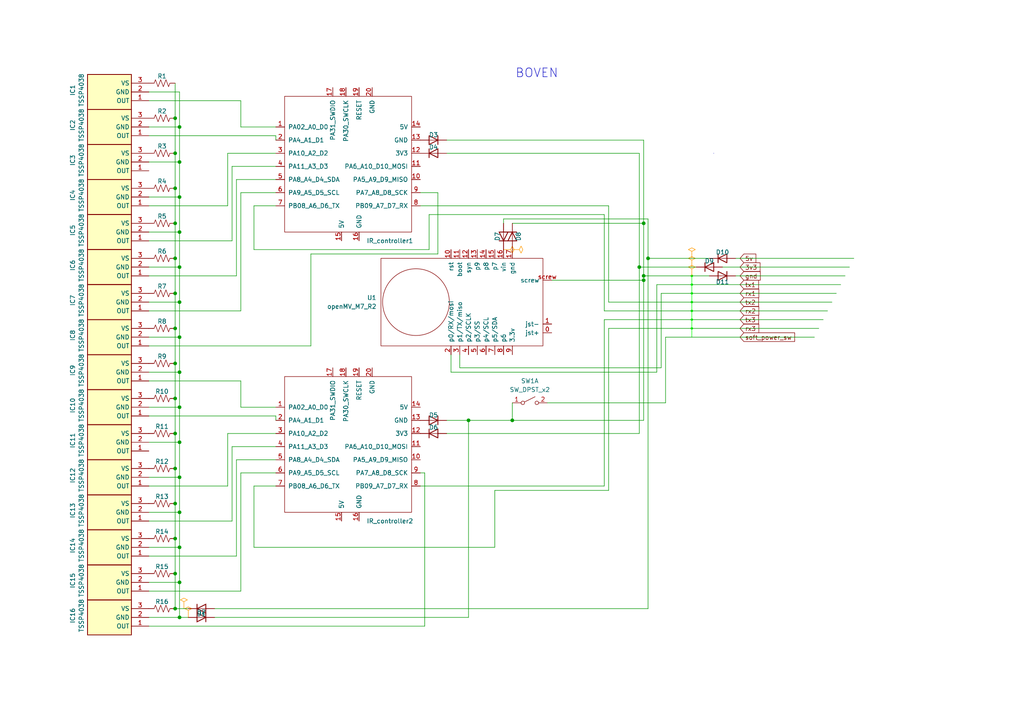
<source format=kicad_sch>
(kicad_sch (version 20231120) (generator "eeschema") (generator_version "8.0")
  (paper "A4")
  (lib_symbols
    (symbol "Library:D" (pin_numbers hide) (pin_names (offset 1.016) hide)
      (property "Reference" "D" (at 0 2.54 0))
      (property "Value" "D" (at 0 -2.54 0))
      (symbol "D_0_1"
        (polyline (pts (xy -1.27 1.27) (xy -1.27 -1.27)) (stroke (width 0.254)))
        (polyline (pts (xy 1.27 0) (xy -1.27 0)))
        (polyline (pts (xy 1.27 1.27) (xy 1.27 -1.27) (xy -1.27 0) (xy 1.27 1.27)) (stroke (width 0.254)))
      )
      (symbol "D_1_1"
        (pin passive line (at -3.81 0 0) (length 2.54) (name "K") (number "1"))
        (pin passive line (at 3.81 0 180) (length 2.54) (name "A") (number "2"))
      )
    )
    (symbol "Library:R_US" (pin_numbers hide) (pin_names (offset 0))
      (property "Reference" "R" (at 2.54 0 90))
      (property "Value" "R_US" (at -2.54 0 90))
      (symbol "R_US_0_1"
        (polyline (pts (xy 0 -2.286) (xy 0 -2.54)))
        (polyline (pts (xy 0 2.286) (xy 0 2.54)))
        (polyline (pts (xy 0 -0.762) (xy 1.016 -1.143) (xy 0 -1.524) (xy -1.016 -1.905) (xy 0 -2.286)))
        (polyline (pts (xy 0 0.762) (xy 1.016 0.381) (xy 0 0) (xy -1.016 -0.381) (xy 0 -0.762)))
        (polyline (pts (xy 0 2.286) (xy 1.016 1.905) (xy 0 1.524) (xy -1.016 1.143) (xy 0 0.762)))
      )
      (symbol "R_US_1_1"
        (pin passive line (at 0 3.81 270) (length 1.27) (name "~") (number "1"))
        (pin passive line (at 0 -3.81 90) (length 1.27) (name "~") (number "2"))
      )
    )
    (symbol "Library:SW_DPST_x2" (pin_names (offset 0) hide)
      (property "Reference" "SW" (at 0 3.175 0))
      (property "Value" "SW_DPST_x2" (at 0 -2.54 0))
      (symbol "SW_DPST_x2_0_0"
        (circle (center -2.032 0) (radius 0.508))
        (polyline (pts (xy -1.524 0.254) (xy 1.524 1.778)))
        (circle (center 2.032 0) (radius 0.508))
      )
      (symbol "SW_DPST_x2_1_1"
        (pin passive line (at -5.08 0 0) (length 2.54) (name "A") (number "1"))
        (pin passive line (at 5.08 0 180) (length 2.54) (name "B") (number "2"))
      )
      (symbol "SW_DPST_x2_2_1"
        (pin passive line (at -5.08 0 0) (length 2.54) (name "A") (number "3"))
        (pin passive line (at 5.08 0 180) (length 2.54) (name "B") (number "4"))
      )
    )
    (symbol "Library:Seeed Studio XIAO SAMD21" (pin_names (offset 1.016))
      (property "Reference" "U" (at -19.05 22.86 0))
      (property "Value" "Seeed Studio XIAO SAMD21" (at -12.7 21.59 0))
      (symbol "Seeed Studio XIAO SAMD21_0_1"
        (rectangle (start -19.05 20.32) (end 17.78 -19.05))
      )
      (symbol "Seeed Studio XIAO SAMD21_1_1"
        (pin unspecified line (at -21.59 11.43 0) (length 2.54) (name "PA02_A0_D0") (number "1"))
        (pin unspecified line (at 20.32 -3.81 180) (length 2.54) (name "PA5_A9_D9_MISO") (number "10"))
        (pin unspecified line (at 20.32 0 180) (length 2.54) (name "PA6_A10_D10_MOSI") (number "11"))
        (pin unspecified line (at 20.32 3.81 180) (length 2.54) (name "3V3") (number "12"))
        (pin unspecified line (at 20.32 7.62 180) (length 2.54) (name "GND") (number "13"))
        (pin unspecified line (at 20.32 11.43 180) (length 2.54) (name "5V") (number "14"))
        (pin input line (at -2.54 -21.59 90) (length 2.54) (name "5V") (number "15"))
        (pin input line (at 2.54 -21.59 90) (length 2.54) (name "GND") (number "16"))
        (pin input line (at -5.08 22.86 270) (length 2.54) (name "PA31_SWDIO") (number "17"))
        (pin input line (at -1.27 22.86 270) (length 2.54) (name "PA30_SWCLK") (number "18"))
        (pin input line (at 2.54 22.86 270) (length 2.54) (name "RESET") (number "19"))
        (pin unspecified line (at -21.59 7.62 0) (length 2.54) (name "PA4_A1_D1") (number "2"))
        (pin input line (at 6.35 22.86 270) (length 2.54) (name "GND") (number "20"))
        (pin unspecified line (at -21.59 3.81 0) (length 2.54) (name "PA10_A2_D2") (number "3"))
        (pin unspecified line (at -21.59 0 0) (length 2.54) (name "PA11_A3_D3") (number "4"))
        (pin unspecified line (at -21.59 -3.81 0) (length 2.54) (name "PA8_A4_D4_SDA") (number "5"))
        (pin unspecified line (at -21.59 -7.62 0) (length 2.54) (name "PA9_A5_D5_SCL") (number "6"))
        (pin unspecified line (at -21.59 -11.43 0) (length 2.54) (name "PB08_A6_D6_TX") (number "7"))
        (pin unspecified line (at 20.32 -11.43 180) (length 2.54) (name "PB09_A7_D7_RX") (number "8"))
        (pin unspecified line (at 20.32 -7.62 180) (length 2.54) (name "PA7_A8_D8_SCK") (number "9"))
      )
    )
    (symbol "Library:TSSP4038"
      (property "Reference" "IC" (at 19.05 7.62 0))
      (property "Value" "TSSP4038" (at 19.05 5.08 0))
      (symbol "TSSP4038_1_1"
        (rectangle (start 5.08 2.54) (end 17.78 -7.62) (stroke (width 0.254)) (fill (type background)))
        (pin passive line (at 0 0 0) (length 5.08) (name "OUT") (number "1"))
        (pin passive line (at 0 -2.54 0) (length 5.08) (name "GND") (number "2"))
        (pin passive line (at 0 -5.08 0) (length 5.08) (name "VS") (number "3"))
      )
    )
    (symbol "Library:openMV_M7_R2" (pin_names (offset 1.016))
      (property "Reference" "U" (at 0 34.29 0))
      (property "Value" "openMV_M7_R2" (at 0 30.48 0))
      (symbol "openMV_M7_R2_0_1"
        (rectangle (start -12.7 25.4) (end 12.7 -21.59))
        (circle (center 0 15.24) (radius 9.6774))
      )
      (symbol "openMV_M7_R2_1_1"
        (pin power_in line (at -8.89 -24.13 90) (length 2.54) (name "jst+") (number "0"))
        (pin power_in line (at -6.35 -24.13 90) (length 2.54) (name "jst-") (number "1"))
        (pin input line (at 15.24 5.08 180) (length 2.54) (name "rst") (number "10"))
        (pin bidirectional line (at 15.24 2.54 180) (length 2.54) (name "boot") (number "11"))
        (pin bidirectional line (at 15.24 0 180) (length 2.54) (name "syn") (number "12"))
        (pin bidirectional line (at 15.24 -2.54 180) (length 2.54) (name "p9") (number "13"))
        (pin bidirectional line (at 15.24 -5.08 180) (length 2.54) (name "p8") (number "14"))
        (pin bidirectional line (at 15.24 -7.62 180) (length 2.54) (name "p7") (number "15"))
        (pin bidirectional line (at 15.24 -10.16 180) (length 2.54) (name "vin") (number "16"))
        (pin bidirectional line (at 15.24 -12.7 180) (length 2.54) (name "gnd") (number "17"))
        (pin bidirectional line (at -15.24 5.08 0) (length 2.54) (name "p0/RX/mosi") (number "2"))
        (pin bidirectional line (at -15.24 2.54 0) (length 2.54) (name "p1/TX/miso") (number "3"))
        (pin bidirectional line (at -15.24 0 0) (length 2.54) (name "p2/SCLK") (number "4"))
        (pin bidirectional line (at -15.24 -2.54 0) (length 2.54) (name "p3/SS") (number "5"))
        (pin bidirectional line (at -15.24 -5.08 0) (length 2.54) (name "p4/SCL") (number "6"))
        (pin bidirectional line (at -15.24 -7.62 0) (length 2.54) (name "p5/SDA") (number "7"))
        (pin bidirectional line (at -15.24 -10.16 0) (length 2.54) (name "p6") (number "8"))
        (pin power_in line (at -15.24 -12.7 0) (length 2.54) (name "3.3v") (number "9"))
        (pin passive line (at 6.35 -24.13 90) (length 2.54) (name "screw") (number "screw"))
      )
    )
  )
  (junction (at 52.07 97.79))
  (junction (at 52.07 138.43))
  (junction (at 52.07 87.63))
  (junction (at 50.8 74.93))
  (junction (at 187.96 74.93))
  (junction (at 50.8 156.21))
  (junction (at 50.8 135.89))
  (junction (at 52.07 148.59))
  (junction (at 52.07 57.15))
  (junction (at 50.8 166.37))
  (junction (at 50.8 105.41))
  (junction (at 52.07 107.95))
  (junction (at 52.07 36.83))
  (junction (at 186.69 81.28))
  (junction (at 52.07 46.99))
  (junction (at 50.8 146.05))
  (junction (at 52.07 179.07))
  (junction (at 50.8 44.45))
  (junction (at 50.8 115.57))
  (junction (at 52.07 128.27))
  (junction (at 50.8 85.09))
  (junction (at 50.8 34.29))
  (junction (at 135.89 121.92))
  (junction (at 148.59 121.92))
  (junction (at 50.8 125.73))
  (junction (at 186.69 64.77))
  (junction (at 52.07 67.31))
  (junction (at 52.07 118.11))
  (junction (at 50.8 176.53))
  (junction (at 52.07 168.91))
  (junction (at 50.8 64.77))
  (junction (at 50.8 54.61))
  (junction (at 50.8 95.25))
  (junction (at 52.07 77.47))
  (junction (at 185.42 77.47))
  (junction (at 52.07 158.75))
  (junction (at 186.69 80.01))
  (wire (pts (xy 213.36 74.93) (xy 247.65 74.93)))
  (wire (pts (xy 62.23 179.07) (xy 135.89 179.07)))
  (wire (pts (xy 67.31 48.26) (xy 80.01 48.26)))
  (wire (pts (xy 185.42 77.47) (xy 185.42 125.73)))
  (wire (pts (xy 50.8 24.13) (xy 50.8 34.29)))
  (wire (pts (xy 186.69 40.64) (xy 186.69 64.77)))
  (wire (pts (xy 148.59 121.92) (xy 186.69 121.92)))
  (wire (pts (xy 143.51 158.75) (xy 143.51 142.24)))
  (wire (pts (xy 69.85 110.49) (xy 69.85 118.11)))
  (wire (pts (xy 50.8 176.53) (xy 54.61 176.53)))
  (wire (pts (xy 69.85 118.11) (xy 80.01 118.11)))
  (wire (pts (xy 67.31 129.54) (xy 80.01 129.54)))
  (wire (pts (xy 66.04 44.45) (xy 66.04 59.69)))
  (wire (pts (xy 73.66 140.97) (xy 73.66 158.75)))
  (wire (pts (xy 52.07 36.83) (xy 43.18 36.83)))
  (wire (pts (xy 175.26 90.17) (xy 240.03 90.17)))
  (wire (pts (xy 80.01 133.35) (xy 68.58 133.35)))
  (wire (pts (xy 176.53 87.63) (xy 176.53 59.69)))
  (wire (pts (xy 43.18 69.85) (xy 67.31 69.85)))
  (wire (pts (xy 43.18 67.31) (xy 52.07 67.31)))
  (wire (pts (xy 52.07 138.43) (xy 43.18 138.43)))
  (wire (pts (xy 160.02 81.28) (xy 186.69 81.28)))
  (wire (pts (xy 43.18 46.99) (xy 52.07 46.99)))
  (wire (pts (xy 52.07 148.59) (xy 52.07 158.75)))
  (wire (pts (xy 67.31 69.85) (xy 67.31 48.26)))
  (wire (pts (xy 52.07 87.63) (xy 52.07 97.79)))
  (wire (pts (xy 50.8 44.45) (xy 50.8 54.61)))
  (wire (pts (xy 193.04 116.84) (xy 193.04 97.79)))
  (wire (pts (xy 186.69 64.77) (xy 186.69 80.01)))
  (wire (pts (xy 69.85 137.16) (xy 80.01 137.16)))
  (wire (pts (xy 148.59 116.84) (xy 148.59 121.92)))
  (wire (pts (xy 50.8 105.41) (xy 50.8 115.57)))
  (wire (pts (xy 43.18 120.65) (xy 80.01 120.65)))
  (wire (pts (xy 50.8 85.09) (xy 50.8 95.25)))
  (wire (pts (xy 175.26 62.23) (xy 175.26 90.17)))
  (wire (pts (xy 52.07 158.75) (xy 43.18 158.75)))
  (wire (pts (xy 52.07 118.11) (xy 43.18 118.11)))
  (wire (pts (xy 130.81 102.87) (xy 130.81 107.95)))
  (wire (pts (xy 43.18 181.61) (xy 123.19 181.61)))
  (wire (pts (xy 213.36 80.01) (xy 245.11 80.01)))
  (wire (pts (xy 52.07 57.15) (xy 43.18 57.15)))
  (wire (pts (xy 123.19 181.61) (xy 123.19 137.16)))
  (wire (pts (xy 129.54 125.73) (xy 185.42 125.73)))
  (wire (pts (xy 121.92 140.97) (xy 175.26 140.97)))
  (wire (pts (xy 135.89 121.92) (xy 148.59 121.92)))
  (wire (pts (xy 50.8 64.77) (xy 50.8 74.93)))
  (wire (pts (xy 185.42 77.47) (xy 201.93 77.47)))
  (wire (pts (xy 43.18 26.67) (xy 52.07 26.67)))
  (wire (pts (xy 73.66 59.69) (xy 73.66 72.39)))
  (wire (pts (xy 90.17 100.33) (xy 90.17 73.66)))
  (wire (pts (xy 43.18 29.21) (xy 69.85 29.21)))
  (wire (pts (xy 186.69 121.92) (xy 186.69 81.28)))
  (wire (pts (xy 50.8 34.29) (xy 50.8 44.45)))
  (wire (pts (xy 130.81 107.95) (xy 190.5 107.95)))
  (wire (pts (xy 43.18 148.59) (xy 52.07 148.59)))
  (wire (pts (xy 176.53 87.63) (xy 241.3 87.63)))
  (wire (pts (xy 146.05 63.5) (xy 187.96 63.5)))
  (wire (pts (xy 52.07 128.27) (xy 52.07 118.11)))
  (wire (pts (xy 187.96 63.5) (xy 187.96 74.93)))
  (wire (pts (xy 52.07 46.99) (xy 52.07 57.15)))
  (wire (pts (xy 185.42 44.45) (xy 185.42 77.47)))
  (wire (pts (xy 43.18 171.45) (xy 69.85 171.45)))
  (wire (pts (xy 50.8 146.05) (xy 50.8 156.21)))
  (wire (pts (xy 67.31 151.13) (xy 67.31 129.54)))
  (wire (pts (xy 193.04 97.79) (xy 236.22 97.79)))
  (wire (pts (xy 80.01 52.07) (xy 68.58 52.07)))
  (wire (pts (xy 124.46 72.39) (xy 124.46 62.23)))
  (wire (pts (xy 50.8 74.93) (xy 50.8 85.09)))
  (wire (pts (xy 52.07 26.67) (xy 52.07 36.83)))
  (wire (pts (xy 43.18 90.17) (xy 69.85 90.17)))
  (wire (pts (xy 73.66 72.39) (xy 124.46 72.39)))
  (wire (pts (xy 68.58 133.35) (xy 68.58 161.29)))
  (wire (pts (xy 127 73.66) (xy 127 55.88)))
  (wire (pts (xy 80.01 59.69) (xy 73.66 59.69)))
  (wire (pts (xy 69.85 55.88) (xy 80.01 55.88)))
  (wire (pts (xy 52.07 77.47) (xy 43.18 77.47)))
  (wire (pts (xy 69.85 171.45) (xy 69.85 137.16)))
  (wire (pts (xy 158.75 116.84) (xy 193.04 116.84)))
  (wire (pts (xy 50.8 54.61) (xy 50.8 64.77)))
  (wire (pts (xy 190.5 107.95) (xy 190.5 82.55)))
  (wire (pts (xy 52.07 148.59) (xy 52.07 138.43)))
  (wire (pts (xy 176.53 95.25) (xy 176.53 142.24)))
  (wire (pts (xy 90.17 73.66) (xy 127 73.66)))
  (wire (pts (xy 133.35 102.87) (xy 133.35 106.68)))
  (wire (pts (xy 176.53 95.25) (xy 237.49 95.25)))
  (wire (pts (xy 186.69 80.01) (xy 205.74 80.01)))
  (wire (pts (xy 52.07 97.79) (xy 52.07 107.95)))
  (wire (pts (xy 66.04 125.73) (xy 66.04 140.97)))
  (wire (pts (xy 43.18 39.37) (xy 80.01 39.37)))
  (wire (pts (xy 146.05 64.77) (xy 146.05 63.5)))
  (wire (pts (xy 175.26 140.97) (xy 175.26 92.71)))
  (wire (pts (xy 50.8 115.57) (xy 50.8 125.73)))
  (wire (pts (xy 52.07 97.79) (xy 43.18 97.79)))
  (wire (pts (xy 69.85 29.21) (xy 69.85 36.83)))
  (wire (pts (xy 80.01 44.45) (xy 66.04 44.45)))
  (wire (pts (xy 80.01 125.73) (xy 66.04 125.73)))
  (wire (pts (xy 43.18 87.63) (xy 52.07 87.63)))
  (wire (pts (xy 66.04 140.97) (xy 43.18 140.97)))
  (wire (pts (xy 52.07 168.91) (xy 52.07 179.07)))
  (wire (pts (xy 69.85 90.17) (xy 69.85 55.88)))
  (wire (pts (xy 176.53 59.69) (xy 121.92 59.69)))
  (wire (pts (xy 66.04 59.69) (xy 43.18 59.69)))
  (wire (pts (xy 129.54 44.45) (xy 185.42 44.45)))
  (wire (pts (xy 52.07 179.07) (xy 54.61 179.07)))
  (wire (pts (xy 43.18 168.91) (xy 52.07 168.91)))
  (wire (pts (xy 187.96 176.53) (xy 187.96 74.93)))
  (wire (pts (xy 186.69 40.64) (xy 129.54 40.64)))
  (wire (pts (xy 52.07 67.31) (xy 52.07 77.47)))
  (wire (pts (xy 129.54 121.92) (xy 135.89 121.92)))
  (wire (pts (xy 52.07 128.27) (xy 52.07 138.43)))
  (wire (pts (xy 209.55 77.47) (xy 246.38 77.47)))
  (wire (pts (xy 43.18 100.33) (xy 90.17 100.33)))
  (wire (pts (xy 52.07 107.95) (xy 52.07 118.11)))
  (wire (pts (xy 50.8 95.25) (xy 50.8 105.41)))
  (wire (pts (xy 133.35 106.68) (xy 191.77 106.68)))
  (wire (pts (xy 52.07 168.91) (xy 52.07 158.75)))
  (wire (pts (xy 68.58 52.07) (xy 68.58 80.01)))
  (wire (pts (xy 50.8 156.21) (xy 50.8 166.37)))
  (wire (pts (xy 80.01 39.37) (xy 80.01 40.64)))
  (wire (pts (xy 123.19 137.16) (xy 121.92 137.16)))
  (wire (pts (xy 50.8 135.89) (xy 50.8 146.05)))
  (wire (pts (xy 191.77 106.68) (xy 191.77 85.09)))
  (wire (pts (xy 186.69 81.28) (xy 186.69 80.01)))
  (wire (pts (xy 52.07 87.63) (xy 52.07 77.47)))
  (wire (pts (xy 43.18 151.13) (xy 67.31 151.13)))
  (wire (pts (xy 175.26 92.71) (xy 238.76 92.71)))
  (wire (pts (xy 143.51 142.24) (xy 176.53 142.24)))
  (wire (pts (xy 190.5 82.55) (xy 243.84 82.55)))
  (wire (pts (xy 52.07 179.07) (xy 43.18 179.07)))
  (wire (pts (xy 50.8 166.37) (xy 50.8 176.53)))
  (wire (pts (xy 52.07 67.31) (xy 52.07 57.15)))
  (wire (pts (xy 124.46 62.23) (xy 175.26 62.23)))
  (wire (pts (xy 43.18 110.49) (xy 69.85 110.49)))
  (wire (pts (xy 148.59 64.77) (xy 186.69 64.77)))
  (wire (pts (xy 62.23 176.53) (xy 187.96 176.53)))
  (wire (pts (xy 187.96 74.93) (xy 205.74 74.93)))
  (wire (pts (xy 68.58 161.29) (xy 43.18 161.29)))
  (wire (pts (xy 68.58 80.01) (xy 43.18 80.01)))
  (wire (pts (xy 43.18 128.27) (xy 52.07 128.27)))
  (wire (pts (xy 43.18 107.95) (xy 52.07 107.95)))
  (wire (pts (xy 69.85 36.83) (xy 80.01 36.83)))
  (wire (pts (xy 80.01 120.65) (xy 80.01 121.92)))
  (wire (pts (xy 73.66 158.75) (xy 143.51 158.75)))
  (wire (pts (xy 50.8 125.73) (xy 50.8 135.89)))
  (wire (pts (xy 52.07 46.99) (xy 52.07 36.83)))
  (wire (pts (xy 121.92 55.88) (xy 127 55.88)))
  (wire (pts (xy 135.89 179.07) (xy 135.89 121.92)))
  (wire (pts (xy 80.01 140.97) (xy 73.66 140.97)))
  (wire (pts (xy 191.77 85.09) (xy 242.57 85.09)))
  (rectangle (start 207.01 44.45) (end 207.01 44.45))
  (text "BOVEN\n" (at 155.702 21.336 0) (effects (font (size 2.54 2.54))))
  (global_label "gnd" (shape input) (at 214.63 80.01 0) (property "Intersheetrefs" "${INTERSHEET_REFS}" (effects (hide yes))))
  (global_label "3v3" (shape input) (at 214.63 77.47 0) (property "Intersheetrefs" "${INTERSHEET_REFS}" (effects (hide yes))))
  (global_label "tx3" (shape input) (at 214.63 92.71 0) (property "Intersheetrefs" "${INTERSHEET_REFS}" (effects (hide yes))))
  (global_label "tx1" (shape input) (at 214.63 82.55 0) (property "Intersheetrefs" "${INTERSHEET_REFS}" (effects (hide yes))))
  (global_label "tx2" (shape input) (at 214.63 87.63 0) (property "Intersheetrefs" "${INTERSHEET_REFS}" (effects (hide yes))))
  (global_label "5v" (shape input) (at 214.63 74.93 0) (property "Intersheetrefs" "${INTERSHEET_REFS}" (effects (hide yes))))
  (global_label "rx3" (shape input) (at 214.63 95.25 0) (property "Intersheetrefs" "${INTERSHEET_REFS}" (effects (hide yes))))
  (global_label "rx1" (shape input) (at 214.63 85.09 0) (property "Intersheetrefs" "${INTERSHEET_REFS}" (effects (hide yes))))
  (global_label "rx2" (shape input) (at 214.63 90.17 0) (property "Intersheetrefs" "${INTERSHEET_REFS}" (effects (hide yes))))
  (global_label "soft_power_sw" (shape input) (at 214.63 97.79 0) (property "Intersheetrefs" "${INTERSHEET_REFS}" (effects (hide yes))))
  (netclass_flag "" (length 2.54) (shape diamond) (at 148.59 72.39 270) (property "Netclass" "POWER" (effects (hide yes))))
  (netclass_flag "" (length 2.54) (shape diamond) (at 53.34 176.53 0) (property "Netclass" "POWER" (effects (hide yes))))
  (netclass_flag "" (length 2.54) (shape dot) (at 200.66 92.71 0) (property "Netclass" "SIGNAL" (effects (hide yes))))
  (netclass_flag "" (length 2.54) (shape diamond) (at 54.61 179.07 0) (property "Netclass" "POWER" (effects (hide yes))))
  (netclass_flag "" (length 2.54) (shape dot) (at 200.66 97.79 0) (property "Netclass" "SIGNAL" (effects (hide yes))))
  (netclass_flag "" (length 2.54) (shape diamond) (at 200.66 74.93 0) (property "Netclass" "POWER" (effects (hide yes))))
  (netclass_flag "" (length 2.54) (shape dot) (at 200.66 90.17 0) (property "Netclass" "SIGNAL" (effects (hide yes))))
  (netclass_flag "" (length 2.54) (shape dot) (at 200.66 85.09 0) (property "Netclass" "SIGNAL" (effects (hide yes))))
  (netclass_flag "" (length 2.54) (shape dot) (at 200.66 95.25 0) (property "Netclass" "SIGNAL" (effects (hide yes))))
  (netclass_flag "" (length 2.54) (shape dot) (at 200.66 82.55 0) (property "Netclass" "SIGNAL" (effects (hide yes))))
  (netclass_flag "" (length 2.54) (shape diamond) (at 200.66 77.47 0) (property "Netclass" "POWER" (effects (hide yes))))
  (netclass_flag "" (length 2.54) (shape dot) (at 200.66 87.63 0) (property "Netclass" "SIGNAL" (effects (hide yes))))
  (netclass_flag "" (length 2.54) (shape diamond) (at 200.66 80.01 0) (property "Netclass" "POWER" (effects (hide yes))))
  (netclass_flag "" (length 2.54) (shape diamond) (at 146.05 72.39 270) (property "Netclass" "POWER" (effects (hide yes))))
  (symbol (lib_id "Library:TSSP4038") (at 43.18 90.17 180) (unit 1)
    (property "Reference" "IC7" (at 21.082 87.122 90))
    (property "Value" "TSSP4038" (at 23.622 87.122 90))
    (property "Footprint" "irsens:TSSP4038" (effects (hide yes)))
    (property "Datasheet" "https://componentsearchengine.com/Datasheets/2/TSSP4038.pdf" (effects (hide yes)))
    (property "Description" "IR Receiver Module 38KHz 25m EMI 3-Pin Vishay TSSP4038, 38kHz IR Receiver, 950nm +/-45 , 25m Range, 2.5V - 5V, Through Hole, 6 x 3.9 x 6.95mm" (effects (hide yes)))
    (property "Manufacturer_Name" "Vishay" (effects (hide yes)))
    (property "Manufacturer_Part_Number" "TSSP4038" (effects (hide yes)))
    (property "Mouser Part Number" "782-TSSP4038" (effects (hide yes)))
    (property "Mouser Price/Stock" "https://www.mouser.co.uk/ProductDetail/Vishay-Semiconductors/TSSP4038?qs=lgjwDzixuo3Ja5hn%252BEmOdw%3D%3D" (effects (hide yes)))
    (property "Arrow Part Number" "TSSP4038" (effects (hide yes)))
    (property "Arrow Price/Stock" "https://www.arrow.com/en/products/tssp4038/vishay?region=nac" (effects (hide yes)))
  )
  (symbol (lib_id "Library:R_US") (at 46.99 105.41 90) (unit 1)
    (property "Reference" "R9" (at 46.99 103.378 90))
    (property "Value" "R_US" (effects (hide yes)))
    (property "Footprint" "Resistor_THT:R_Axial_DIN0207_L6.3mm_D2.5mm_P10.16mm_Horizontal" (effects (hide yes)))
    (property "Description" "Resistor, US symbol" (effects (hide yes)))
  )
  (symbol (lib_id "Library:R_US") (at 46.99 166.37 90) (unit 1)
    (property "Reference" "R15" (at 46.99 164.338 90))
    (property "Value" "R_US" (effects (hide yes)))
    (property "Footprint" "Resistor_THT:R_Axial_DIN0207_L6.3mm_D2.5mm_P10.16mm_Horizontal" (effects (hide yes)))
    (property "Description" "Resistor, US symbol" (effects (hide yes)))
  )
  (symbol (lib_id "Library:D") (at 209.55 80.01 180) (unit 1)
    (property "Reference" "D11" (at 209.55 81.788 0))
    (property "Value" "D" (effects (hide yes)))
    (property "Footprint" "Diode_SMD:D_MELF-RM10_Universal_Handsoldering" (effects (hide yes)))
    (property "Description" "Diode" (effects (hide yes)))
    (property "Sim.Device" "D" (effects (hide yes)))
    (property "Sim.Pins" "1=K 2=A" (effects (hide yes)))
  )
  (symbol (lib_id "Library:Seeed Studio XIAO SAMD21") (at 101.6 48.26 0) (unit 1)
    (property "Reference" "IR_controller1" (at 106.3341 69.85 0) (effects (justify left)))
    (property "Value" "Seeed Studio XIAO SAMD21" (effects (hide yes)))
    (property "Footprint" "Seeed Studio XIAO Series Library:XIAO-SAMD21-RP2040-14P-2.54-21X17.8MM (Seeeduino XIAO)" (effects (hide yes)))
  )
  (symbol (lib_id "Library:R_US") (at 46.99 95.25 90) (unit 1)
    (property "Reference" "R8" (at 46.99 93.218 90))
    (property "Value" "R_US" (effects (hide yes)))
    (property "Footprint" "Resistor_THT:R_Axial_DIN0207_L6.3mm_D2.5mm_P10.16mm_Horizontal" (effects (hide yes)))
    (property "Description" "Resistor, US symbol" (effects (hide yes)))
  )
  (symbol (lib_id "Library:TSSP4038") (at 43.18 120.65 180) (unit 1)
    (property "Reference" "IC10" (at 21.082 117.602 90))
    (property "Value" "TSSP4038" (at 23.622 117.602 90))
    (property "Footprint" "irsens:TSSP4038" (effects (hide yes)))
    (property "Datasheet" "https://componentsearchengine.com/Datasheets/2/TSSP4038.pdf" (effects (hide yes)))
    (property "Description" "IR Receiver Module 38KHz 25m EMI 3-Pin Vishay TSSP4038, 38kHz IR Receiver, 950nm +/-45 , 25m Range, 2.5V - 5V, Through Hole, 6 x 3.9 x 6.95mm" (effects (hide yes)))
    (property "Manufacturer_Name" "Vishay" (effects (hide yes)))
    (property "Manufacturer_Part_Number" "TSSP4038" (effects (hide yes)))
    (property "Mouser Part Number" "782-TSSP4038" (effects (hide yes)))
    (property "Mouser Price/Stock" "https://www.mouser.co.uk/ProductDetail/Vishay-Semiconductors/TSSP4038?qs=lgjwDzixuo3Ja5hn%252BEmOdw%3D%3D" (effects (hide yes)))
    (property "Arrow Part Number" "TSSP4038" (effects (hide yes)))
    (property "Arrow Price/Stock" "https://www.arrow.com/en/products/tssp4038/vishay?region=nac" (effects (hide yes)))
  )
  (symbol (lib_id "Library:TSSP4038") (at 43.18 171.45 180) (unit 1)
    (property "Reference" "IC15" (at 21.082 168.402 90))
    (property "Value" "TSSP4038" (at 23.622 168.402 90))
    (property "Footprint" "irsens:TSSP4038" (effects (hide yes)))
    (property "Datasheet" "https://componentsearchengine.com/Datasheets/2/TSSP4038.pdf" (effects (hide yes)))
    (property "Description" "IR Receiver Module 38KHz 25m EMI 3-Pin Vishay TSSP4038, 38kHz IR Receiver, 950nm +/-45 , 25m Range, 2.5V - 5V, Through Hole, 6 x 3.9 x 6.95mm" (effects (hide yes)))
    (property "Manufacturer_Name" "Vishay" (effects (hide yes)))
    (property "Manufacturer_Part_Number" "TSSP4038" (effects (hide yes)))
    (property "Mouser Part Number" "782-TSSP4038" (effects (hide yes)))
    (property "Mouser Price/Stock" "https://www.mouser.co.uk/ProductDetail/Vishay-Semiconductors/TSSP4038?qs=lgjwDzixuo3Ja5hn%252BEmOdw%3D%3D" (effects (hide yes)))
    (property "Arrow Part Number" "TSSP4038" (effects (hide yes)))
    (property "Arrow Price/Stock" "https://www.arrow.com/en/products/tssp4038/vishay?region=nac" (effects (hide yes)))
  )
  (symbol (lib_id "Library:D") (at 125.73 40.64 180) (unit 1)
    (property "Reference" "D3" (at 125.73 39.116 0))
    (property "Value" "D" (effects (hide yes)))
    (property "Footprint" "Diode_SMD:D_MELF-RM10_Universal_Handsoldering" (effects (hide yes)))
    (property "Description" "Diode" (effects (hide yes)))
    (property "Sim.Device" "D" (effects (hide yes)))
    (property "Sim.Pins" "1=K 2=A" (effects (hide yes)))
  )
  (symbol (lib_id "Library:TSSP4038") (at 43.18 151.13 180) (unit 1)
    (property "Reference" "IC13" (at 21.082 148.082 90))
    (property "Value" "TSSP4038" (at 23.622 148.082 90))
    (property "Footprint" "irsens:TSSP4038" (effects (hide yes)))
    (property "Datasheet" "https://componentsearchengine.com/Datasheets/2/TSSP4038.pdf" (effects (hide yes)))
    (property "Description" "IR Receiver Module 38KHz 25m EMI 3-Pin Vishay TSSP4038, 38kHz IR Receiver, 950nm +/-45 , 25m Range, 2.5V - 5V, Through Hole, 6 x 3.9 x 6.95mm" (effects (hide yes)))
    (property "Manufacturer_Name" "Vishay" (effects (hide yes)))
    (property "Manufacturer_Part_Number" "TSSP4038" (effects (hide yes)))
    (property "Mouser Part Number" "782-TSSP4038" (effects (hide yes)))
    (property "Mouser Price/Stock" "https://www.mouser.co.uk/ProductDetail/Vishay-Semiconductors/TSSP4038?qs=lgjwDzixuo3Ja5hn%252BEmOdw%3D%3D" (effects (hide yes)))
    (property "Arrow Part Number" "TSSP4038" (effects (hide yes)))
    (property "Arrow Price/Stock" "https://www.arrow.com/en/products/tssp4038/vishay?region=nac" (effects (hide yes)))
  )
  (symbol (lib_id "Library:TSSP4038") (at 43.18 29.21 180) (unit 1)
    (property "Reference" "IC1" (at 21.082 26.162 90))
    (property "Value" "TSSP4038" (at 23.622 26.162 90))
    (property "Footprint" "irsens:TSSP4038" (effects (hide yes)))
    (property "Datasheet" "https://componentsearchengine.com/Datasheets/2/TSSP4038.pdf" (effects (hide yes)))
    (property "Description" "IR Receiver Module 38KHz 25m EMI 3-Pin Vishay TSSP4038, 38kHz IR Receiver, 950nm +/-45 , 25m Range, 2.5V - 5V, Through Hole, 6 x 3.9 x 6.95mm" (effects (hide yes)))
    (property "Manufacturer_Name" "Vishay" (effects (hide yes)))
    (property "Manufacturer_Part_Number" "TSSP4038" (effects (hide yes)))
    (property "Mouser Part Number" "782-TSSP4038" (effects (hide yes)))
    (property "Mouser Price/Stock" "https://www.mouser.co.uk/ProductDetail/Vishay-Semiconductors/TSSP4038?qs=lgjwDzixuo3Ja5hn%252BEmOdw%3D%3D" (effects (hide yes)))
    (property "Arrow Part Number" "TSSP4038" (effects (hide yes)))
    (property "Arrow Price/Stock" "https://www.arrow.com/en/products/tssp4038/vishay?region=nac" (effects (hide yes)))
  )
  (symbol (lib_id "Library:openMV_M7_R2") (at 135.89 87.63 90) (unit 1)
    (property "Reference" "U1" (at 109.22 86.3599 90) (effects (justify left)))
    (property "Value" "openMV_M7_R2" (at 109.22 88.8999 90) (effects (justify left)))
    (property "Footprint" "Library:openmv_m7_r2" (effects (hide yes)))
  )
  (symbol (lib_id "Library:D") (at 58.42 176.53 0) (unit 1)
    (property "Reference" "D1" (at 58.42 178.054 0))
    (property "Value" "D" (effects (hide yes)))
    (property "Footprint" "Diode_SMD:D_MELF-RM10_Universal_Handsoldering" (effects (hide yes)))
    (property "Description" "Diode" (effects (hide yes)))
    (property "Sim.Device" "D" (effects (hide yes)))
    (property "Sim.Pins" "1=K 2=A" (effects (hide yes)))
  )
  (symbol (lib_id "Library:D") (at 125.73 121.92 180) (unit 1)
    (property "Reference" "D5" (at 125.73 120.396 0))
    (property "Value" "D" (effects (hide yes)))
    (property "Footprint" "Diode_SMD:D_MELF-RM10_Universal_Handsoldering" (effects (hide yes)))
    (property "Description" "Diode" (effects (hide yes)))
    (property "Sim.Device" "D" (effects (hide yes)))
    (property "Sim.Pins" "1=K 2=A" (effects (hide yes)))
  )
  (symbol (lib_id "Library:TSSP4038") (at 43.18 80.01 180) (unit 1)
    (property "Reference" "IC6" (at 21.082 76.962 90))
    (property "Value" "TSSP4038" (at 23.622 76.962 90))
    (property "Footprint" "irsens:TSSP4038" (effects (hide yes)))
    (property "Datasheet" "https://componentsearchengine.com/Datasheets/2/TSSP4038.pdf" (effects (hide yes)))
    (property "Description" "IR Receiver Module 38KHz 25m EMI 3-Pin Vishay TSSP4038, 38kHz IR Receiver, 950nm +/-45 , 25m Range, 2.5V - 5V, Through Hole, 6 x 3.9 x 6.95mm" (effects (hide yes)))
    (property "Manufacturer_Name" "Vishay" (effects (hide yes)))
    (property "Manufacturer_Part_Number" "TSSP4038" (effects (hide yes)))
    (property "Mouser Part Number" "782-TSSP4038" (effects (hide yes)))
    (property "Mouser Price/Stock" "https://www.mouser.co.uk/ProductDetail/Vishay-Semiconductors/TSSP4038?qs=lgjwDzixuo3Ja5hn%252BEmOdw%3D%3D" (effects (hide yes)))
    (property "Arrow Part Number" "TSSP4038" (effects (hide yes)))
    (property "Arrow Price/Stock" "https://www.arrow.com/en/products/tssp4038/vishay?region=nac" (effects (hide yes)))
  )
  (symbol (lib_id "Library:R_US") (at 46.99 64.77 90) (unit 1)
    (property "Reference" "R5" (at 46.99 62.738 90))
    (property "Value" "R_US" (effects (hide yes)))
    (property "Footprint" "Resistor_THT:R_Axial_DIN0207_L6.3mm_D2.5mm_P10.16mm_Horizontal" (effects (hide yes)))
    (property "Description" "Resistor, US symbol" (effects (hide yes)))
  )
  (symbol (lib_id "Library:D") (at 209.55 74.93 0) (unit 1)
    (property "Reference" "D10" (at 209.55 73.152 0))
    (property "Value" "D" (effects (hide yes)))
    (property "Footprint" "Diode_SMD:D_MELF-RM10_Universal_Handsoldering" (effects (hide yes)))
    (property "Description" "Diode" (effects (hide yes)))
    (property "Sim.Device" "D" (effects (hide yes)))
    (property "Sim.Pins" "1=K 2=A" (effects (hide yes)))
  )
  (symbol (lib_id "Library:R_US") (at 46.99 156.21 90) (unit 1)
    (property "Reference" "R14" (at 46.99 154.178 90))
    (property "Value" "R_US" (effects (hide yes)))
    (property "Footprint" "Resistor_THT:R_Axial_DIN0207_L6.3mm_D2.5mm_P10.16mm_Horizontal" (effects (hide yes)))
    (property "Description" "Resistor, US symbol" (effects (hide yes)))
  )
  (symbol (lib_id "Library:TSSP4038") (at 43.18 59.69 180) (unit 1)
    (property "Reference" "IC4" (at 21.082 56.642 90))
    (property "Value" "TSSP4038" (at 23.622 56.642 90))
    (property "Footprint" "irsens:TSSP4038" (effects (hide yes)))
    (property "Datasheet" "https://componentsearchengine.com/Datasheets/2/TSSP4038.pdf" (effects (hide yes)))
    (property "Description" "IR Receiver Module 38KHz 25m EMI 3-Pin Vishay TSSP4038, 38kHz IR Receiver, 950nm +/-45 , 25m Range, 2.5V - 5V, Through Hole, 6 x 3.9 x 6.95mm" (effects (hide yes)))
    (property "Manufacturer_Name" "Vishay" (effects (hide yes)))
    (property "Manufacturer_Part_Number" "TSSP4038" (effects (hide yes)))
    (property "Mouser Part Number" "782-TSSP4038" (effects (hide yes)))
    (property "Mouser Price/Stock" "https://www.mouser.co.uk/ProductDetail/Vishay-Semiconductors/TSSP4038?qs=lgjwDzixuo3Ja5hn%252BEmOdw%3D%3D" (effects (hide yes)))
    (property "Arrow Part Number" "TSSP4038" (effects (hide yes)))
    (property "Arrow Price/Stock" "https://www.arrow.com/en/products/tssp4038/vishay?region=nac" (effects (hide yes)))
  )
  (symbol (lib_id "Library:R_US") (at 46.99 74.93 90) (unit 1)
    (property "Reference" "R6" (at 46.99 72.898 90))
    (property "Value" "R_US" (effects (hide yes)))
    (property "Footprint" "Resistor_THT:R_Axial_DIN0207_L6.3mm_D2.5mm_P10.16mm_Horizontal" (effects (hide yes)))
    (property "Description" "Resistor, US symbol" (effects (hide yes)))
  )
  (symbol (lib_id "Library:D") (at 205.74 77.47 0) (unit 1)
    (property "Reference" "D9" (at 205.74 75.692 0))
    (property "Value" "D" (effects (hide yes)))
    (property "Footprint" "Diode_SMD:D_MELF-RM10_Universal_Handsoldering" (effects (hide yes)))
    (property "Description" "Diode" (effects (hide yes)))
    (property "Sim.Device" "D" (effects (hide yes)))
    (property "Sim.Pins" "1=K 2=A" (effects (hide yes)))
  )
  (symbol (lib_id "Library:Seeed Studio XIAO SAMD21") (at 101.6 129.54 0) (unit 1)
    (property "Reference" "IR_controller2" (at 106.3341 151.13 0) (effects (justify left)))
    (property "Value" "Seeed Studio XIAO SAMD21" (effects (hide yes)))
    (property "Footprint" "Seeed Studio XIAO Series Library:XIAO-SAMD21-RP2040-14P-2.54-21X17.8MM (Seeeduino XIAO)" (effects (hide yes)))
  )
  (symbol (lib_id "Library:D") (at 125.73 44.45 0) (unit 1)
    (property "Reference" "D4" (at 125.73 42.672 0))
    (property "Value" "D" (effects (hide yes)))
    (property "Footprint" "Diode_SMD:D_MELF-RM10_Universal_Handsoldering" (effects (hide yes)))
    (property "Description" "Diode" (effects (hide yes)))
    (property "Sim.Device" "D" (effects (hide yes)))
    (property "Sim.Pins" "1=K 2=A" (effects (hide yes)))
  )
  (symbol (lib_id "Library:D") (at 146.05 68.58 90) (unit 1)
    (property "Reference" "D7" (at 144.272 68.58 0))
    (property "Value" "D" (effects (hide yes)))
    (property "Footprint" "Diode_SMD:D_MELF-RM10_Universal_Handsoldering" (effects (hide yes)))
    (property "Description" "Diode" (effects (hide yes)))
    (property "Sim.Device" "D" (effects (hide yes)))
    (property "Sim.Pins" "1=K 2=A" (effects (hide yes)))
  )
  (symbol (lib_id "Library:R_US") (at 46.99 135.89 90) (unit 1)
    (property "Reference" "R12" (at 46.99 133.858 90))
    (property "Value" "R_US" (effects (hide yes)))
    (property "Footprint" "Resistor_THT:R_Axial_DIN0207_L6.3mm_D2.5mm_P10.16mm_Horizontal" (effects (hide yes)))
    (property "Description" "Resistor, US symbol" (effects (hide yes)))
  )
  (symbol (lib_id "Library:R_US") (at 46.99 85.09 90) (unit 1)
    (property "Reference" "R7" (at 46.99 83.058 90))
    (property "Value" "R_US" (effects (hide yes)))
    (property "Footprint" "Resistor_THT:R_Axial_DIN0207_L6.3mm_D2.5mm_P10.16mm_Horizontal" (effects (hide yes)))
    (property "Description" "Resistor, US symbol" (effects (hide yes)))
  )
  (symbol (lib_id "Library:TSSP4038") (at 43.18 140.97 180) (unit 1)
    (property "Reference" "IC12" (at 21.082 137.922 90))
    (property "Value" "TSSP4038" (at 23.622 137.922 90))
    (property "Footprint" "irsens:TSSP4038" (effects (hide yes)))
    (property "Datasheet" "https://componentsearchengine.com/Datasheets/2/TSSP4038.pdf" (effects (hide yes)))
    (property "Description" "IR Receiver Module 38KHz 25m EMI 3-Pin Vishay TSSP4038, 38kHz IR Receiver, 950nm +/-45 , 25m Range, 2.5V - 5V, Through Hole, 6 x 3.9 x 6.95mm" (effects (hide yes)))
    (property "Manufacturer_Name" "Vishay" (effects (hide yes)))
    (property "Manufacturer_Part_Number" "TSSP4038" (effects (hide yes)))
    (property "Mouser Part Number" "782-TSSP4038" (effects (hide yes)))
    (property "Mouser Price/Stock" "https://www.mouser.co.uk/ProductDetail/Vishay-Semiconductors/TSSP4038?qs=lgjwDzixuo3Ja5hn%252BEmOdw%3D%3D" (effects (hide yes)))
    (property "Arrow Part Number" "TSSP4038" (effects (hide yes)))
    (property "Arrow Price/Stock" "https://www.arrow.com/en/products/tssp4038/vishay?region=nac" (effects (hide yes)))
  )
  (symbol (lib_id "Library:R_US") (at 46.99 44.45 90) (unit 1)
    (property "Reference" "R3" (at 46.99 42.418 90))
    (property "Value" "R_US" (effects (hide yes)))
    (property "Footprint" "Resistor_THT:R_Axial_DIN0207_L6.3mm_D2.5mm_P10.16mm_Horizontal" (effects (hide yes)))
    (property "Description" "Resistor, US symbol" (effects (hide yes)))
  )
  (symbol (lib_id "Library:R_US") (at 46.99 125.73 90) (unit 1)
    (property "Reference" "R11" (at 46.99 123.698 90))
    (property "Value" "R_US" (effects (hide yes)))
    (property "Footprint" "Resistor_THT:R_Axial_DIN0207_L6.3mm_D2.5mm_P10.16mm_Horizontal" (effects (hide yes)))
    (property "Description" "Resistor, US symbol" (effects (hide yes)))
  )
  (symbol (lib_id "Library:TSSP4038") (at 43.18 181.61 180) (unit 1)
    (property "Reference" "IC16" (at 21.082 178.562 90))
    (property "Value" "TSSP4038" (at 23.622 178.562 90))
    (property "Footprint" "irsens:TSSP4038" (effects (hide yes)))
    (property "Datasheet" "https://componentsearchengine.com/Datasheets/2/TSSP4038.pdf" (effects (hide yes)))
    (property "Description" "IR Receiver Module 38KHz 25m EMI 3-Pin Vishay TSSP4038, 38kHz IR Receiver, 950nm +/-45 , 25m Range, 2.5V - 5V, Through Hole, 6 x 3.9 x 6.95mm" (effects (hide yes)))
    (property "Manufacturer_Name" "Vishay" (effects (hide yes)))
    (property "Manufacturer_Part_Number" "TSSP4038" (effects (hide yes)))
    (property "Mouser Part Number" "782-TSSP4038" (effects (hide yes)))
    (property "Mouser Price/Stock" "https://www.mouser.co.uk/ProductDetail/Vishay-Semiconductors/TSSP4038?qs=lgjwDzixuo3Ja5hn%252BEmOdw%3D%3D" (effects (hide yes)))
    (property "Arrow Part Number" "TSSP4038" (effects (hide yes)))
    (property "Arrow Price/Stock" "https://www.arrow.com/en/products/tssp4038/vishay?region=nac" (effects (hide yes)))
  )
  (symbol (lib_id "Library:D") (at 125.73 125.73 0) (unit 1)
    (property "Reference" "D6" (at 125.73 123.952 0))
    (property "Value" "D" (effects (hide yes)))
    (property "Footprint" "Diode_SMD:D_MELF-RM10_Universal_Handsoldering" (effects (hide yes)))
    (property "Description" "Diode" (effects (hide yes)))
    (property "Sim.Device" "D" (effects (hide yes)))
    (property "Sim.Pins" "1=K 2=A" (effects (hide yes)))
  )
  (symbol (lib_id "Library:SW_DPST_x2") (at 153.67 116.84 0) (unit 1)
    (property "Reference" "SW1" (at 153.67 110.49 0))
    (property "Value" "SW_DPST_x2" (at 153.67 113.03 0))
    (property "Description" "Single Pole Single Throw (SPST) switch, separate symbol" (effects (hide yes)))
  )
  (symbol (lib_id "Library:TSSP4038") (at 43.18 39.37 180) (unit 1)
    (property "Reference" "IC2" (at 21.082 36.322 90))
    (property "Value" "TSSP4038" (at 23.622 36.322 90))
    (property "Footprint" "irsens:TSSP4038" (effects (hide yes)))
    (property "Datasheet" "https://componentsearchengine.com/Datasheets/2/TSSP4038.pdf" (effects (hide yes)))
    (property "Description" "IR Receiver Module 38KHz 25m EMI 3-Pin Vishay TSSP4038, 38kHz IR Receiver, 950nm +/-45 , 25m Range, 2.5V - 5V, Through Hole, 6 x 3.9 x 6.95mm" (effects (hide yes)))
    (property "Manufacturer_Name" "Vishay" (effects (hide yes)))
    (property "Manufacturer_Part_Number" "TSSP4038" (effects (hide yes)))
    (property "Mouser Part Number" "782-TSSP4038" (effects (hide yes)))
    (property "Mouser Price/Stock" "https://www.mouser.co.uk/ProductDetail/Vishay-Semiconductors/TSSP4038?qs=lgjwDzixuo3Ja5hn%252BEmOdw%3D%3D" (effects (hide yes)))
    (property "Arrow Part Number" "TSSP4038" (effects (hide yes)))
    (property "Arrow Price/Stock" "https://www.arrow.com/en/products/tssp4038/vishay?region=nac" (effects (hide yes)))
  )
  (symbol (lib_id "Library:R_US") (at 46.99 176.53 90) (unit 1)
    (property "Reference" "R16" (at 46.99 174.498 90))
    (property "Value" "R_US" (effects (hide yes)))
    (property "Footprint" "Resistor_THT:R_Axial_DIN0207_L6.3mm_D2.5mm_P10.16mm_Horizontal" (effects (hide yes)))
    (property "Description" "Resistor, US symbol" (effects (hide yes)))
  )
  (symbol (lib_id "Library:TSSP4038") (at 43.18 69.85 180) (unit 1)
    (property "Reference" "IC5" (at 21.082 66.802 90))
    (property "Value" "TSSP4038" (at 23.622 66.802 90))
    (property "Footprint" "irsens:TSSP4038" (effects (hide yes)))
    (property "Datasheet" "https://componentsearchengine.com/Datasheets/2/TSSP4038.pdf" (effects (hide yes)))
    (property "Description" "IR Receiver Module 38KHz 25m EMI 3-Pin Vishay TSSP4038, 38kHz IR Receiver, 950nm +/-45 , 25m Range, 2.5V - 5V, Through Hole, 6 x 3.9 x 6.95mm" (effects (hide yes)))
    (property "Manufacturer_Name" "Vishay" (effects (hide yes)))
    (property "Manufacturer_Part_Number" "TSSP4038" (effects (hide yes)))
    (property "Mouser Part Number" "782-TSSP4038" (effects (hide yes)))
    (property "Mouser Price/Stock" "https://www.mouser.co.uk/ProductDetail/Vishay-Semiconductors/TSSP4038?qs=lgjwDzixuo3Ja5hn%252BEmOdw%3D%3D" (effects (hide yes)))
    (property "Arrow Part Number" "TSSP4038" (effects (hide yes)))
    (property "Arrow Price/Stock" "https://www.arrow.com/en/products/tssp4038/vishay?region=nac" (effects (hide yes)))
  )
  (symbol (lib_id "Library:R_US") (at 46.99 115.57 90) (unit 1)
    (property "Reference" "R10" (at 46.99 113.538 90))
    (property "Value" "R_US" (effects (hide yes)))
    (property "Footprint" "Resistor_THT:R_Axial_DIN0207_L6.3mm_D2.5mm_P10.16mm_Horizontal" (effects (hide yes)))
    (property "Description" "Resistor, US symbol" (effects (hide yes)))
  )
  (symbol (lib_id "Library:TSSP4038") (at 43.18 110.49 180) (unit 1)
    (property "Reference" "IC9" (at 21.082 107.442 90))
    (property "Value" "TSSP4038" (at 23.622 107.442 90))
    (property "Footprint" "irsens:TSSP4038" (effects (hide yes)))
    (property "Datasheet" "https://componentsearchengine.com/Datasheets/2/TSSP4038.pdf" (effects (hide yes)))
    (property "Description" "IR Receiver Module 38KHz 25m EMI 3-Pin Vishay TSSP4038, 38kHz IR Receiver, 950nm +/-45 , 25m Range, 2.5V - 5V, Through Hole, 6 x 3.9 x 6.95mm" (effects (hide yes)))
    (property "Manufacturer_Name" "Vishay" (effects (hide yes)))
    (property "Manufacturer_Part_Number" "TSSP4038" (effects (hide yes)))
    (property "Mouser Part Number" "782-TSSP4038" (effects (hide yes)))
    (property "Mouser Price/Stock" "https://www.mouser.co.uk/ProductDetail/Vishay-Semiconductors/TSSP4038?qs=lgjwDzixuo3Ja5hn%252BEmOdw%3D%3D" (effects (hide yes)))
    (property "Arrow Part Number" "TSSP4038" (effects (hide yes)))
    (property "Arrow Price/Stock" "https://www.arrow.com/en/products/tssp4038/vishay?region=nac" (effects (hide yes)))
  )
  (symbol (lib_id "Library:D") (at 148.59 68.58 270) (unit 1)
    (property "Reference" "D8" (at 150.368 68.58 0))
    (property "Value" "D" (effects (hide yes)))
    (property "Footprint" "Diode_SMD:D_MELF-RM10_Universal_Handsoldering" (effects (hide yes)))
    (property "Description" "Diode" (effects (hide yes)))
    (property "Sim.Device" "D" (effects (hide yes)))
    (property "Sim.Pins" "1=K 2=A" (effects (hide yes)))
  )
  (symbol (lib_id "Library:D") (at 58.42 179.07 180) (unit 1)
    (property "Reference" "D2" (at 58.42 177.546 0))
    (property "Value" "D" (effects (hide yes)))
    (property "Footprint" "Diode_SMD:D_MELF-RM10_Universal_Handsoldering" (effects (hide yes)))
    (property "Description" "Diode" (effects (hide yes)))
    (property "Sim.Device" "D" (effects (hide yes)))
    (property "Sim.Pins" "1=K 2=A" (effects (hide yes)))
  )
  (symbol (lib_id "Library:TSSP4038") (at 43.18 130.81 180) (unit 1)
    (property "Reference" "IC11" (at 21.082 127.762 90))
    (property "Value" "TSSP4038" (at 23.622 127.762 90))
    (property "Footprint" "irsens:TSSP4038" (effects (hide yes)))
    (property "Datasheet" "https://componentsearchengine.com/Datasheets/2/TSSP4038.pdf" (effects (hide yes)))
    (property "Description" "IR Receiver Module 38KHz 25m EMI 3-Pin Vishay TSSP4038, 38kHz IR Receiver, 950nm +/-45 , 25m Range, 2.5V - 5V, Through Hole, 6 x 3.9 x 6.95mm" (effects (hide yes)))
    (property "Manufacturer_Name" "Vishay" (effects (hide yes)))
    (property "Manufacturer_Part_Number" "TSSP4038" (effects (hide yes)))
    (property "Mouser Part Number" "782-TSSP4038" (effects (hide yes)))
    (property "Mouser Price/Stock" "https://www.mouser.co.uk/ProductDetail/Vishay-Semiconductors/TSSP4038?qs=lgjwDzixuo3Ja5hn%252BEmOdw%3D%3D" (effects (hide yes)))
    (property "Arrow Part Number" "TSSP4038" (effects (hide yes)))
    (property "Arrow Price/Stock" "https://www.arrow.com/en/products/tssp4038/vishay?region=nac" (effects (hide yes)))
  )
  (symbol (lib_id "Library:TSSP4038") (at 43.18 100.33 180) (unit 1)
    (property "Reference" "IC8" (at 21.082 97.282 90))
    (property "Value" "TSSP4038" (at 23.622 97.282 90))
    (property "Footprint" "irsens:TSSP4038" (effects (hide yes)))
    (property "Datasheet" "https://componentsearchengine.com/Datasheets/2/TSSP4038.pdf" (effects (hide yes)))
    (property "Description" "IR Receiver Module 38KHz 25m EMI 3-Pin Vishay TSSP4038, 38kHz IR Receiver, 950nm +/-45 , 25m Range, 2.5V - 5V, Through Hole, 6 x 3.9 x 6.95mm" (effects (hide yes)))
    (property "Manufacturer_Name" "Vishay" (effects (hide yes)))
    (property "Manufacturer_Part_Number" "TSSP4038" (effects (hide yes)))
    (property "Mouser Part Number" "782-TSSP4038" (effects (hide yes)))
    (property "Mouser Price/Stock" "https://www.mouser.co.uk/ProductDetail/Vishay-Semiconductors/TSSP4038?qs=lgjwDzixuo3Ja5hn%252BEmOdw%3D%3D" (effects (hide yes)))
    (property "Arrow Part Number" "TSSP4038" (effects (hide yes)))
    (property "Arrow Price/Stock" "https://www.arrow.com/en/products/tssp4038/vishay?region=nac" (effects (hide yes)))
  )
  (symbol (lib_id "Library:TSSP4038") (at 43.18 161.29 180) (unit 1)
    (property "Reference" "IC14" (at 21.082 158.242 90))
    (property "Value" "TSSP4038" (at 23.622 158.242 90))
    (property "Footprint" "irsens:TSSP4038" (effects (hide yes)))
    (property "Datasheet" "https://componentsearchengine.com/Datasheets/2/TSSP4038.pdf" (effects (hide yes)))
    (property "Description" "IR Receiver Module 38KHz 25m EMI 3-Pin Vishay TSSP4038, 38kHz IR Receiver, 950nm +/-45 , 25m Range, 2.5V - 5V, Through Hole, 6 x 3.9 x 6.95mm" (effects (hide yes)))
    (property "Manufacturer_Name" "Vishay" (effects (hide yes)))
    (property "Manufacturer_Part_Number" "TSSP4038" (effects (hide yes)))
    (property "Mouser Part Number" "782-TSSP4038" (effects (hide yes)))
    (property "Mouser Price/Stock" "https://www.mouser.co.uk/ProductDetail/Vishay-Semiconductors/TSSP4038?qs=lgjwDzixuo3Ja5hn%252BEmOdw%3D%3D" (effects (hide yes)))
    (property "Arrow Part Number" "TSSP4038" (effects (hide yes)))
    (property "Arrow Price/Stock" "https://www.arrow.com/en/products/tssp4038/vishay?region=nac" (effects (hide yes)))
  )
  (symbol (lib_id "Library:TSSP4038") (at 43.18 49.53 180) (unit 1)
    (property "Reference" "IC3" (at 21.082 46.482 90))
    (property "Value" "TSSP4038" (at 23.622 46.482 90))
    (property "Footprint" "irsens:TSSP4038" (effects (hide yes)))
    (property "Datasheet" "https://componentsearchengine.com/Datasheets/2/TSSP4038.pdf" (effects (hide yes)))
    (property "Description" "IR Receiver Module 38KHz 25m EMI 3-Pin Vishay TSSP4038, 38kHz IR Receiver, 950nm +/-45 , 25m Range, 2.5V - 5V, Through Hole, 6 x 3.9 x 6.95mm" (effects (hide yes)))
    (property "Manufacturer_Name" "Vishay" (effects (hide yes)))
    (property "Manufacturer_Part_Number" "TSSP4038" (effects (hide yes)))
    (property "Mouser Part Number" "782-TSSP4038" (effects (hide yes)))
    (property "Mouser Price/Stock" "https://www.mouser.co.uk/ProductDetail/Vishay-Semiconductors/TSSP4038?qs=lgjwDzixuo3Ja5hn%252BEmOdw%3D%3D" (effects (hide yes)))
    (property "Arrow Part Number" "TSSP4038" (effects (hide yes)))
    (property "Arrow Price/Stock" "https://www.arrow.com/en/products/tssp4038/vishay?region=nac" (effects (hide yes)))
  )
  (symbol (lib_id "Library:R_US") (at 46.99 146.05 90) (unit 1)
    (property "Reference" "R13" (at 46.99 144.018 90))
    (property "Value" "R_US" (effects (hide yes)))
    (property "Footprint" "Resistor_THT:R_Axial_DIN0207_L6.3mm_D2.5mm_P10.16mm_Horizontal" (effects (hide yes)))
    (property "Description" "Resistor, US symbol" (effects (hide yes)))
  )
  (symbol (lib_id "Library:R_US") (at 46.99 34.29 90) (unit 1)
    (property "Reference" "R2" (at 46.99 32.258 90))
    (property "Value" "R_US" (effects (hide yes)))
    (property "Footprint" "Resistor_THT:R_Axial_DIN0207_L6.3mm_D2.5mm_P10.16mm_Horizontal" (effects (hide yes)))
    (property "Description" "Resistor, US symbol" (effects (hide yes)))
  )
  (symbol (lib_id "Library:R_US") (at 46.99 24.13 90) (unit 1)
    (property "Reference" "R1" (at 46.99 22.098 90))
    (property "Value" "R_US" (effects (hide yes)))
    (property "Footprint" "Resistor_THT:R_Axial_DIN0207_L6.3mm_D2.5mm_P10.16mm_Horizontal" (effects (hide yes)))
    (property "Description" "Resistor, US symbol" (effects (hide yes)))
  )
  (symbol (lib_id "Library:R_US") (at 46.99 54.61 90) (unit 1)
    (property "Reference" "R4" (at 46.99 52.578 90))
    (property "Value" "R_US" (effects (hide yes)))
    (property "Footprint" "Resistor_THT:R_Axial_DIN0207_L6.3mm_D2.5mm_P10.16mm_Horizontal" (effects (hide yes)))
    (property "Description" "Resistor, US symbol" (effects (hide yes)))
  )
)
</source>
